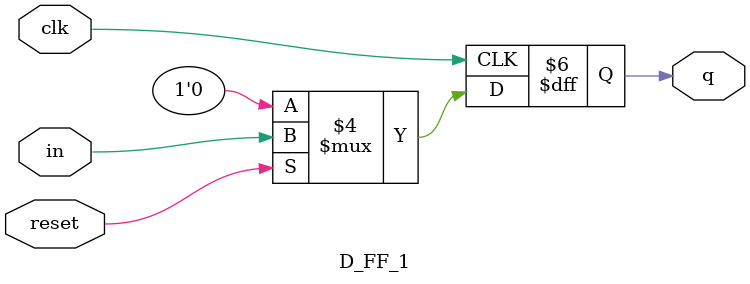
<source format=v>

module NNZ_insp(offset1, offset2, in_prediction, out_prediction, flush, clk, rst);

    input [31:0] offset1;
    input [31:0] offset2;
    input [31:0] in_prediction;
    input clk;
    input rst;

    output [31:0] out_prediction;
    output flush;

    //stage 1
    wire [31:0] nnz;
    assign nnz = offset1 - offset2;

    wire [31:0] stage2_prediction;
    wire [31:0] stage2_nnz;
    D_FF_32 D1(stage2_prediction, in_prediction, clk, rst);
    D_FF_32 D2(stage2_nnz, nnz, clk, rst);

    //stage 2
    wire comparator;
    assign comparator = (stage2_nnz == stage2_prediction);

    wire [31:0] stage3_prediction;
    wire stage3_comparator;
    D_FF_32 D3(stage3_prediction, stage2_prediction, clk, rst);
    D_FF_1 D4(stage3_comparator, comparator, clk, rst); 

    //stage 3
    assign out_prediction = stage3_prediction;
    assign flush = stage3_comparator;
endmodule



module D_FF_32(q, in, clk, reset); //32bit delay for inputs
  	output [31:0] q;
  	input [31:0] in;
  	input clk, reset;

  	reg [31:0] q;

    	always @ (posedge clk)
  	  begin
      	   if(!reset)
             q <= 32'b0;
            else
             q <= in;
      end
endmodule

module D_FF_1(q, in, clk, reset); //32bit delay for inputs
  	output q;
  	input in;
  	input clk, reset;

  	reg q;

    	always @ (posedge clk)
  	  begin
      	   if(!reset)
             q <= 1'b0;
            else
             q <= in;
      end
endmodule
</source>
